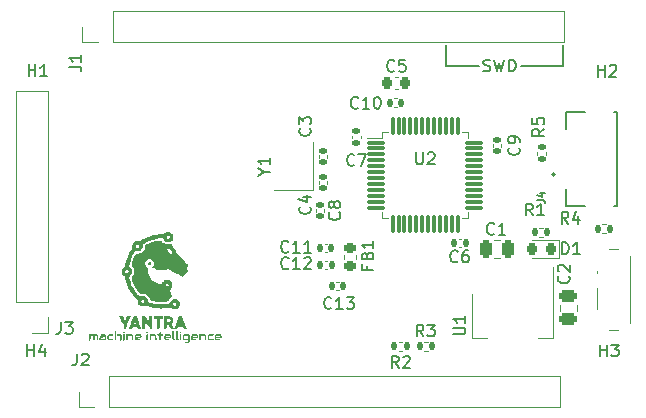
<source format=gto>
G04 #@! TF.GenerationSoftware,KiCad,Pcbnew,(6.0.6)*
G04 #@! TF.CreationDate,2022-07-13T21:15:32+05:30*
G04 #@! TF.ProjectId,stm32_minimal_dev,73746d33-325f-46d6-996e-696d616c5f64,rev?*
G04 #@! TF.SameCoordinates,Original*
G04 #@! TF.FileFunction,Legend,Top*
G04 #@! TF.FilePolarity,Positive*
%FSLAX46Y46*%
G04 Gerber Fmt 4.6, Leading zero omitted, Abs format (unit mm)*
G04 Created by KiCad (PCBNEW (6.0.6)) date 2022-07-13 21:15:32*
%MOMM*%
%LPD*%
G01*
G04 APERTURE LIST*
G04 Aperture macros list*
%AMRoundRect*
0 Rectangle with rounded corners*
0 $1 Rounding radius*
0 $2 $3 $4 $5 $6 $7 $8 $9 X,Y pos of 4 corners*
0 Add a 4 corners polygon primitive as box body*
4,1,4,$2,$3,$4,$5,$6,$7,$8,$9,$2,$3,0*
0 Add four circle primitives for the rounded corners*
1,1,$1+$1,$2,$3*
1,1,$1+$1,$4,$5*
1,1,$1+$1,$6,$7*
1,1,$1+$1,$8,$9*
0 Add four rect primitives between the rounded corners*
20,1,$1+$1,$2,$3,$4,$5,0*
20,1,$1+$1,$4,$5,$6,$7,0*
20,1,$1+$1,$6,$7,$8,$9,0*
20,1,$1+$1,$8,$9,$2,$3,0*%
G04 Aperture macros list end*
%ADD10C,0.150000*%
%ADD11C,0.120000*%
%ADD12C,0.127000*%
%ADD13C,0.200000*%
%ADD14C,2.200000*%
%ADD15R,1.700000X1.700000*%
%ADD16O,1.700000X1.700000*%
%ADD17RoundRect,0.218750X0.218750X0.256250X-0.218750X0.256250X-0.218750X-0.256250X0.218750X-0.256250X0*%
%ADD18RoundRect,0.250000X-0.250000X-0.475000X0.250000X-0.475000X0.250000X0.475000X-0.250000X0.475000X0*%
%ADD19RoundRect,0.140000X-0.170000X0.140000X-0.170000X-0.140000X0.170000X-0.140000X0.170000X0.140000X0*%
%ADD20C,0.700000*%
%ADD21R,1.350000X0.400000*%
%ADD22R,1.900000X1.800000*%
%ADD23R,1.900000X1.900000*%
%ADD24RoundRect,0.218750X-0.256250X0.218750X-0.256250X-0.218750X0.256250X-0.218750X0.256250X0.218750X0*%
%ADD25R,1.500000X2.000000*%
%ADD26R,3.800000X2.000000*%
%ADD27RoundRect,0.140000X0.140000X0.170000X-0.140000X0.170000X-0.140000X-0.170000X0.140000X-0.170000X0*%
%ADD28RoundRect,0.250000X0.475000X-0.250000X0.475000X0.250000X-0.475000X0.250000X-0.475000X-0.250000X0*%
%ADD29RoundRect,0.140000X-0.140000X-0.170000X0.140000X-0.170000X0.140000X0.170000X-0.140000X0.170000X0*%
%ADD30RoundRect,0.075000X-0.662500X-0.075000X0.662500X-0.075000X0.662500X0.075000X-0.662500X0.075000X0*%
%ADD31RoundRect,0.075000X-0.075000X-0.662500X0.075000X-0.662500X0.075000X0.662500X-0.075000X0.662500X0*%
%ADD32R,0.800000X1.000000*%
%ADD33C,0.900000*%
%ADD34R,1.500000X0.700000*%
%ADD35R,1.200000X1.400000*%
%ADD36RoundRect,0.135000X-0.185000X0.135000X-0.185000X-0.135000X0.185000X-0.135000X0.185000X0.135000X0*%
%ADD37RoundRect,0.225000X-0.225000X-0.250000X0.225000X-0.250000X0.225000X0.250000X-0.225000X0.250000X0*%
%ADD38RoundRect,0.135000X0.135000X0.185000X-0.135000X0.185000X-0.135000X-0.185000X0.135000X-0.185000X0*%
%ADD39RoundRect,0.140000X0.170000X-0.140000X0.170000X0.140000X-0.170000X0.140000X-0.170000X-0.140000X0*%
%ADD40RoundRect,0.135000X-0.135000X-0.185000X0.135000X-0.185000X0.135000X0.185000X-0.135000X0.185000X0*%
G04 APERTURE END LIST*
D10*
X161594800Y-76708000D02*
X164388800Y-76708000D01*
X167944800Y-76708000D02*
X171500800Y-76708000D01*
X161594800Y-76708000D02*
X161594800Y-74930000D01*
X171500800Y-76708000D02*
X171500800Y-74930000D01*
X164809657Y-77112761D02*
X164952514Y-77160380D01*
X165190609Y-77160380D01*
X165285847Y-77112761D01*
X165333466Y-77065142D01*
X165381085Y-76969904D01*
X165381085Y-76874666D01*
X165333466Y-76779428D01*
X165285847Y-76731809D01*
X165190609Y-76684190D01*
X165000133Y-76636571D01*
X164904895Y-76588952D01*
X164857276Y-76541333D01*
X164809657Y-76446095D01*
X164809657Y-76350857D01*
X164857276Y-76255619D01*
X164904895Y-76208000D01*
X165000133Y-76160380D01*
X165238228Y-76160380D01*
X165381085Y-76208000D01*
X165714419Y-76160380D02*
X165952514Y-77160380D01*
X166142990Y-76446095D01*
X166333466Y-77160380D01*
X166571561Y-76160380D01*
X166952514Y-77160380D02*
X166952514Y-76160380D01*
X167190609Y-76160380D01*
X167333466Y-76208000D01*
X167428704Y-76303238D01*
X167476323Y-76398476D01*
X167523942Y-76588952D01*
X167523942Y-76731809D01*
X167476323Y-76922285D01*
X167428704Y-77017523D01*
X167333466Y-77112761D01*
X167190609Y-77160380D01*
X166952514Y-77160380D01*
X126288895Y-77541380D02*
X126288895Y-76541380D01*
X126288895Y-77017571D02*
X126860323Y-77017571D01*
X126860323Y-77541380D02*
X126860323Y-76541380D01*
X127860323Y-77541380D02*
X127288895Y-77541380D01*
X127574609Y-77541380D02*
X127574609Y-76541380D01*
X127479371Y-76684238D01*
X127384133Y-76779476D01*
X127288895Y-76827095D01*
X129028866Y-98359980D02*
X129028866Y-99074266D01*
X128981247Y-99217123D01*
X128886009Y-99312361D01*
X128743152Y-99359980D01*
X128647914Y-99359980D01*
X129409819Y-98359980D02*
X130028866Y-98359980D01*
X129695533Y-98740933D01*
X129838390Y-98740933D01*
X129933628Y-98788552D01*
X129981247Y-98836171D01*
X130028866Y-98931409D01*
X130028866Y-99169504D01*
X129981247Y-99264742D01*
X129933628Y-99312361D01*
X129838390Y-99359980D01*
X129552676Y-99359980D01*
X129457438Y-99312361D01*
X129409819Y-99264742D01*
X171448504Y-92628980D02*
X171448504Y-91628980D01*
X171686600Y-91628980D01*
X171829457Y-91676600D01*
X171924695Y-91771838D01*
X171972314Y-91867076D01*
X172019933Y-92057552D01*
X172019933Y-92200409D01*
X171972314Y-92390885D01*
X171924695Y-92486123D01*
X171829457Y-92581361D01*
X171686600Y-92628980D01*
X171448504Y-92628980D01*
X172972314Y-92628980D02*
X172400885Y-92628980D01*
X172686600Y-92628980D02*
X172686600Y-91628980D01*
X172591361Y-91771838D01*
X172496123Y-91867076D01*
X172400885Y-91914695D01*
X130375066Y-101052380D02*
X130375066Y-101766666D01*
X130327447Y-101909523D01*
X130232209Y-102004761D01*
X130089352Y-102052380D01*
X129994114Y-102052380D01*
X130803638Y-101147619D02*
X130851257Y-101100000D01*
X130946495Y-101052380D01*
X131184590Y-101052380D01*
X131279828Y-101100000D01*
X131327447Y-101147619D01*
X131375066Y-101242857D01*
X131375066Y-101338095D01*
X131327447Y-101480952D01*
X130756019Y-102052380D01*
X131375066Y-102052380D01*
X165720733Y-90882742D02*
X165673114Y-90930361D01*
X165530257Y-90977980D01*
X165435019Y-90977980D01*
X165292161Y-90930361D01*
X165196923Y-90835123D01*
X165149304Y-90739885D01*
X165101685Y-90549409D01*
X165101685Y-90406552D01*
X165149304Y-90216076D01*
X165196923Y-90120838D01*
X165292161Y-90025600D01*
X165435019Y-89977980D01*
X165530257Y-89977980D01*
X165673114Y-90025600D01*
X165720733Y-90073219D01*
X166673114Y-90977980D02*
X166101685Y-90977980D01*
X166387400Y-90977980D02*
X166387400Y-89977980D01*
X166292161Y-90120838D01*
X166196923Y-90216076D01*
X166101685Y-90263695D01*
X167795342Y-83605666D02*
X167842961Y-83653285D01*
X167890580Y-83796142D01*
X167890580Y-83891380D01*
X167842961Y-84034238D01*
X167747723Y-84129476D01*
X167652485Y-84177095D01*
X167462009Y-84224714D01*
X167319152Y-84224714D01*
X167128676Y-84177095D01*
X167033438Y-84129476D01*
X166938200Y-84034238D01*
X166890580Y-83891380D01*
X166890580Y-83796142D01*
X166938200Y-83653285D01*
X166985819Y-83605666D01*
X167890580Y-83129476D02*
X167890580Y-82939000D01*
X167842961Y-82843761D01*
X167795342Y-82796142D01*
X167652485Y-82700904D01*
X167462009Y-82653285D01*
X167081057Y-82653285D01*
X166985819Y-82700904D01*
X166938200Y-82748523D01*
X166890580Y-82843761D01*
X166890580Y-83034238D01*
X166938200Y-83129476D01*
X166985819Y-83177095D01*
X167081057Y-83224714D01*
X167319152Y-83224714D01*
X167414390Y-83177095D01*
X167462009Y-83129476D01*
X167509628Y-83034238D01*
X167509628Y-82843761D01*
X167462009Y-82748523D01*
X167414390Y-82700904D01*
X167319152Y-82653285D01*
X129754380Y-76761933D02*
X130468666Y-76761933D01*
X130611523Y-76809552D01*
X130706761Y-76904790D01*
X130754380Y-77047647D01*
X130754380Y-77142885D01*
X130754380Y-75761933D02*
X130754380Y-76333361D01*
X130754380Y-76047647D02*
X129754380Y-76047647D01*
X129897238Y-76142885D01*
X129992476Y-76238123D01*
X130040095Y-76333361D01*
X169346923Y-88046533D02*
X169804066Y-88046533D01*
X169895495Y-88077009D01*
X169956447Y-88137961D01*
X169986923Y-88229390D01*
X169986923Y-88290342D01*
X169560257Y-87467485D02*
X169986923Y-87467485D01*
X169316447Y-87619866D02*
X169773590Y-87772247D01*
X169773590Y-87376057D01*
X154970171Y-93594133D02*
X154970171Y-93927466D01*
X155493980Y-93927466D02*
X154493980Y-93927466D01*
X154493980Y-93451276D01*
X154970171Y-92736990D02*
X155017790Y-92594133D01*
X155065409Y-92546514D01*
X155160647Y-92498895D01*
X155303504Y-92498895D01*
X155398742Y-92546514D01*
X155446361Y-92594133D01*
X155493980Y-92689371D01*
X155493980Y-93070323D01*
X154493980Y-93070323D01*
X154493980Y-92736990D01*
X154541600Y-92641752D01*
X154589219Y-92594133D01*
X154684457Y-92546514D01*
X154779695Y-92546514D01*
X154874933Y-92594133D01*
X154922552Y-92641752D01*
X154970171Y-92736990D01*
X154970171Y-93070323D01*
X155493980Y-91546514D02*
X155493980Y-92117942D01*
X155493980Y-91832228D02*
X154493980Y-91832228D01*
X154636838Y-91927466D01*
X154732076Y-92022704D01*
X154779695Y-92117942D01*
X162266380Y-99415504D02*
X163075904Y-99415504D01*
X163171142Y-99367885D01*
X163218761Y-99320266D01*
X163266380Y-99225028D01*
X163266380Y-99034552D01*
X163218761Y-98939314D01*
X163171142Y-98891695D01*
X163075904Y-98844076D01*
X162266380Y-98844076D01*
X163266380Y-97844076D02*
X163266380Y-98415504D01*
X163266380Y-98129790D02*
X162266380Y-98129790D01*
X162409238Y-98225028D01*
X162504476Y-98320266D01*
X162552095Y-98415504D01*
X162621933Y-93219542D02*
X162574314Y-93267161D01*
X162431457Y-93314780D01*
X162336219Y-93314780D01*
X162193361Y-93267161D01*
X162098123Y-93171923D01*
X162050504Y-93076685D01*
X162002885Y-92886209D01*
X162002885Y-92743352D01*
X162050504Y-92552876D01*
X162098123Y-92457638D01*
X162193361Y-92362400D01*
X162336219Y-92314780D01*
X162431457Y-92314780D01*
X162574314Y-92362400D01*
X162621933Y-92410019D01*
X163479076Y-92314780D02*
X163288600Y-92314780D01*
X163193361Y-92362400D01*
X163145742Y-92410019D01*
X163050504Y-92552876D01*
X163002885Y-92743352D01*
X163002885Y-93124304D01*
X163050504Y-93219542D01*
X163098123Y-93267161D01*
X163193361Y-93314780D01*
X163383838Y-93314780D01*
X163479076Y-93267161D01*
X163526695Y-93219542D01*
X163574314Y-93124304D01*
X163574314Y-92886209D01*
X163526695Y-92790971D01*
X163479076Y-92743352D01*
X163383838Y-92695733D01*
X163193361Y-92695733D01*
X163098123Y-92743352D01*
X163050504Y-92790971D01*
X163002885Y-92886209D01*
X172010342Y-94476866D02*
X172057961Y-94524485D01*
X172105580Y-94667342D01*
X172105580Y-94762580D01*
X172057961Y-94905438D01*
X171962723Y-95000676D01*
X171867485Y-95048295D01*
X171677009Y-95095914D01*
X171534152Y-95095914D01*
X171343676Y-95048295D01*
X171248438Y-95000676D01*
X171153200Y-94905438D01*
X171105580Y-94762580D01*
X171105580Y-94667342D01*
X171153200Y-94524485D01*
X171200819Y-94476866D01*
X171200819Y-94095914D02*
X171153200Y-94048295D01*
X171105580Y-93953057D01*
X171105580Y-93714961D01*
X171153200Y-93619723D01*
X171200819Y-93572104D01*
X171296057Y-93524485D01*
X171391295Y-93524485D01*
X171534152Y-93572104D01*
X172105580Y-94143533D01*
X172105580Y-93524485D01*
X148302742Y-93797042D02*
X148255123Y-93844661D01*
X148112266Y-93892280D01*
X148017028Y-93892280D01*
X147874171Y-93844661D01*
X147778933Y-93749423D01*
X147731314Y-93654185D01*
X147683695Y-93463709D01*
X147683695Y-93320852D01*
X147731314Y-93130376D01*
X147778933Y-93035138D01*
X147874171Y-92939900D01*
X148017028Y-92892280D01*
X148112266Y-92892280D01*
X148255123Y-92939900D01*
X148302742Y-92987519D01*
X149255123Y-93892280D02*
X148683695Y-93892280D01*
X148969409Y-93892280D02*
X148969409Y-92892280D01*
X148874171Y-93035138D01*
X148778933Y-93130376D01*
X148683695Y-93177995D01*
X149636076Y-92987519D02*
X149683695Y-92939900D01*
X149778933Y-92892280D01*
X150017028Y-92892280D01*
X150112266Y-92939900D01*
X150159885Y-92987519D01*
X150207504Y-93082757D01*
X150207504Y-93177995D01*
X150159885Y-93320852D01*
X149588457Y-93892280D01*
X150207504Y-93892280D01*
X154195542Y-80214742D02*
X154147923Y-80262361D01*
X154005066Y-80309980D01*
X153909828Y-80309980D01*
X153766971Y-80262361D01*
X153671733Y-80167123D01*
X153624114Y-80071885D01*
X153576495Y-79881409D01*
X153576495Y-79738552D01*
X153624114Y-79548076D01*
X153671733Y-79452838D01*
X153766971Y-79357600D01*
X153909828Y-79309980D01*
X154005066Y-79309980D01*
X154147923Y-79357600D01*
X154195542Y-79405219D01*
X155147923Y-80309980D02*
X154576495Y-80309980D01*
X154862209Y-80309980D02*
X154862209Y-79309980D01*
X154766971Y-79452838D01*
X154671733Y-79548076D01*
X154576495Y-79595695D01*
X155766971Y-79309980D02*
X155862209Y-79309980D01*
X155957447Y-79357600D01*
X156005066Y-79405219D01*
X156052685Y-79500457D01*
X156100304Y-79690933D01*
X156100304Y-79929028D01*
X156052685Y-80119504D01*
X156005066Y-80214742D01*
X155957447Y-80262361D01*
X155862209Y-80309980D01*
X155766971Y-80309980D01*
X155671733Y-80262361D01*
X155624114Y-80214742D01*
X155576495Y-80119504D01*
X155528876Y-79929028D01*
X155528876Y-79690933D01*
X155576495Y-79500457D01*
X155624114Y-79405219D01*
X155671733Y-79357600D01*
X155766971Y-79309980D01*
X150090142Y-88609466D02*
X150137761Y-88657085D01*
X150185380Y-88799942D01*
X150185380Y-88895180D01*
X150137761Y-89038038D01*
X150042523Y-89133276D01*
X149947285Y-89180895D01*
X149756809Y-89228514D01*
X149613952Y-89228514D01*
X149423476Y-89180895D01*
X149328238Y-89133276D01*
X149233000Y-89038038D01*
X149185380Y-88895180D01*
X149185380Y-88799942D01*
X149233000Y-88657085D01*
X149280619Y-88609466D01*
X149518714Y-87752323D02*
X150185380Y-87752323D01*
X149137761Y-87990419D02*
X149852047Y-88228514D01*
X149852047Y-87609466D01*
X159105695Y-84020580D02*
X159105695Y-84830104D01*
X159153314Y-84925342D01*
X159200933Y-84972961D01*
X159296171Y-85020580D01*
X159486647Y-85020580D01*
X159581885Y-84972961D01*
X159629504Y-84925342D01*
X159677123Y-84830104D01*
X159677123Y-84020580D01*
X160105695Y-84115819D02*
X160153314Y-84068200D01*
X160248552Y-84020580D01*
X160486647Y-84020580D01*
X160581885Y-84068200D01*
X160629504Y-84115819D01*
X160677123Y-84211057D01*
X160677123Y-84306295D01*
X160629504Y-84449152D01*
X160058076Y-85020580D01*
X160677123Y-85020580D01*
X146218690Y-85642390D02*
X146694880Y-85642390D01*
X145694880Y-85975723D02*
X146218690Y-85642390D01*
X145694880Y-85309057D01*
X146694880Y-84451914D02*
X146694880Y-85023342D01*
X146694880Y-84737628D02*
X145694880Y-84737628D01*
X145837738Y-84832866D01*
X145932976Y-84928104D01*
X145980595Y-85023342D01*
X169950580Y-82016066D02*
X169474390Y-82349400D01*
X169950580Y-82587495D02*
X168950580Y-82587495D01*
X168950580Y-82206542D01*
X168998200Y-82111304D01*
X169045819Y-82063685D01*
X169141057Y-82016066D01*
X169283914Y-82016066D01*
X169379152Y-82063685D01*
X169426771Y-82111304D01*
X169474390Y-82206542D01*
X169474390Y-82587495D01*
X168950580Y-81111304D02*
X168950580Y-81587495D01*
X169426771Y-81635114D01*
X169379152Y-81587495D01*
X169331533Y-81492257D01*
X169331533Y-81254161D01*
X169379152Y-81158923D01*
X169426771Y-81111304D01*
X169522009Y-81063685D01*
X169760104Y-81063685D01*
X169855342Y-81111304D01*
X169902961Y-81158923D01*
X169950580Y-81254161D01*
X169950580Y-81492257D01*
X169902961Y-81587495D01*
X169855342Y-81635114D01*
X157262533Y-77082942D02*
X157214914Y-77130561D01*
X157072057Y-77178180D01*
X156976819Y-77178180D01*
X156833961Y-77130561D01*
X156738723Y-77035323D01*
X156691104Y-76940085D01*
X156643485Y-76749609D01*
X156643485Y-76606752D01*
X156691104Y-76416276D01*
X156738723Y-76321038D01*
X156833961Y-76225800D01*
X156976819Y-76178180D01*
X157072057Y-76178180D01*
X157214914Y-76225800D01*
X157262533Y-76273419D01*
X158167295Y-76178180D02*
X157691104Y-76178180D01*
X157643485Y-76654371D01*
X157691104Y-76606752D01*
X157786342Y-76559133D01*
X158024438Y-76559133D01*
X158119676Y-76606752D01*
X158167295Y-76654371D01*
X158214914Y-76749609D01*
X158214914Y-76987704D01*
X158167295Y-77082942D01*
X158119676Y-77130561D01*
X158024438Y-77178180D01*
X157786342Y-77178180D01*
X157691104Y-77130561D01*
X157643485Y-77082942D01*
X171994533Y-90038180D02*
X171661200Y-89561990D01*
X171423104Y-90038180D02*
X171423104Y-89038180D01*
X171804057Y-89038180D01*
X171899295Y-89085800D01*
X171946914Y-89133419D01*
X171994533Y-89228657D01*
X171994533Y-89371514D01*
X171946914Y-89466752D01*
X171899295Y-89514371D01*
X171804057Y-89561990D01*
X171423104Y-89561990D01*
X172851676Y-89371514D02*
X172851676Y-90038180D01*
X172613580Y-88990561D02*
X172375485Y-89704847D01*
X172994533Y-89704847D01*
X168971933Y-89352380D02*
X168638600Y-88876190D01*
X168400504Y-89352380D02*
X168400504Y-88352380D01*
X168781457Y-88352380D01*
X168876695Y-88400000D01*
X168924314Y-88447619D01*
X168971933Y-88542857D01*
X168971933Y-88685714D01*
X168924314Y-88780952D01*
X168876695Y-88828571D01*
X168781457Y-88876190D01*
X168400504Y-88876190D01*
X169924314Y-89352380D02*
X169352885Y-89352380D01*
X169638600Y-89352380D02*
X169638600Y-88352380D01*
X169543361Y-88495238D01*
X169448123Y-88590476D01*
X169352885Y-88638095D01*
X126187295Y-101264980D02*
X126187295Y-100264980D01*
X126187295Y-100741171D02*
X126758723Y-100741171D01*
X126758723Y-101264980D02*
X126758723Y-100264980D01*
X127663485Y-100598314D02*
X127663485Y-101264980D01*
X127425390Y-100217361D02*
X127187295Y-100931647D01*
X127806342Y-100931647D01*
X151932578Y-97175342D02*
X151884959Y-97222961D01*
X151742102Y-97270580D01*
X151646864Y-97270580D01*
X151504007Y-97222961D01*
X151408769Y-97127723D01*
X151361150Y-97032485D01*
X151313531Y-96842009D01*
X151313531Y-96699152D01*
X151361150Y-96508676D01*
X151408769Y-96413438D01*
X151504007Y-96318200D01*
X151646864Y-96270580D01*
X151742102Y-96270580D01*
X151884959Y-96318200D01*
X151932578Y-96365819D01*
X152884959Y-97270580D02*
X152313531Y-97270580D01*
X152599245Y-97270580D02*
X152599245Y-96270580D01*
X152504007Y-96413438D01*
X152408769Y-96508676D01*
X152313531Y-96556295D01*
X153218293Y-96270580D02*
X153837340Y-96270580D01*
X153504007Y-96651533D01*
X153646864Y-96651533D01*
X153742102Y-96699152D01*
X153789721Y-96746771D01*
X153837340Y-96842009D01*
X153837340Y-97080104D01*
X153789721Y-97175342D01*
X153742102Y-97222961D01*
X153646864Y-97270580D01*
X153361150Y-97270580D01*
X153265912Y-97222961D01*
X153218293Y-97175342D01*
X152595342Y-89096466D02*
X152642961Y-89144085D01*
X152690580Y-89286942D01*
X152690580Y-89382180D01*
X152642961Y-89525038D01*
X152547723Y-89620276D01*
X152452485Y-89667895D01*
X152262009Y-89715514D01*
X152119152Y-89715514D01*
X151928676Y-89667895D01*
X151833438Y-89620276D01*
X151738200Y-89525038D01*
X151690580Y-89382180D01*
X151690580Y-89286942D01*
X151738200Y-89144085D01*
X151785819Y-89096466D01*
X152119152Y-88525038D02*
X152071533Y-88620276D01*
X152023914Y-88667895D01*
X151928676Y-88715514D01*
X151881057Y-88715514D01*
X151785819Y-88667895D01*
X151738200Y-88620276D01*
X151690580Y-88525038D01*
X151690580Y-88334561D01*
X151738200Y-88239323D01*
X151785819Y-88191704D01*
X151881057Y-88144085D01*
X151928676Y-88144085D01*
X152023914Y-88191704D01*
X152071533Y-88239323D01*
X152119152Y-88334561D01*
X152119152Y-88525038D01*
X152166771Y-88620276D01*
X152214390Y-88667895D01*
X152309628Y-88715514D01*
X152500104Y-88715514D01*
X152595342Y-88667895D01*
X152642961Y-88620276D01*
X152690580Y-88525038D01*
X152690580Y-88334561D01*
X152642961Y-88239323D01*
X152595342Y-88191704D01*
X152500104Y-88144085D01*
X152309628Y-88144085D01*
X152214390Y-88191704D01*
X152166771Y-88239323D01*
X152119152Y-88334561D01*
X157620133Y-102255580D02*
X157286800Y-101779390D01*
X157048704Y-102255580D02*
X157048704Y-101255580D01*
X157429657Y-101255580D01*
X157524895Y-101303200D01*
X157572514Y-101350819D01*
X157620133Y-101446057D01*
X157620133Y-101588914D01*
X157572514Y-101684152D01*
X157524895Y-101731771D01*
X157429657Y-101779390D01*
X157048704Y-101779390D01*
X158001085Y-101350819D02*
X158048704Y-101303200D01*
X158143942Y-101255580D01*
X158382038Y-101255580D01*
X158477276Y-101303200D01*
X158524895Y-101350819D01*
X158572514Y-101446057D01*
X158572514Y-101541295D01*
X158524895Y-101684152D01*
X157953466Y-102255580D01*
X158572514Y-102255580D01*
X148295342Y-92397442D02*
X148247723Y-92445061D01*
X148104866Y-92492680D01*
X148009628Y-92492680D01*
X147866771Y-92445061D01*
X147771533Y-92349823D01*
X147723914Y-92254585D01*
X147676295Y-92064109D01*
X147676295Y-91921252D01*
X147723914Y-91730776D01*
X147771533Y-91635538D01*
X147866771Y-91540300D01*
X148009628Y-91492680D01*
X148104866Y-91492680D01*
X148247723Y-91540300D01*
X148295342Y-91587919D01*
X149247723Y-92492680D02*
X148676295Y-92492680D01*
X148962009Y-92492680D02*
X148962009Y-91492680D01*
X148866771Y-91635538D01*
X148771533Y-91730776D01*
X148676295Y-91778395D01*
X150200104Y-92492680D02*
X149628676Y-92492680D01*
X149914390Y-92492680D02*
X149914390Y-91492680D01*
X149819152Y-91635538D01*
X149723914Y-91730776D01*
X149628676Y-91778395D01*
X150090142Y-81980066D02*
X150137761Y-82027685D01*
X150185380Y-82170542D01*
X150185380Y-82265780D01*
X150137761Y-82408638D01*
X150042523Y-82503876D01*
X149947285Y-82551495D01*
X149756809Y-82599114D01*
X149613952Y-82599114D01*
X149423476Y-82551495D01*
X149328238Y-82503876D01*
X149233000Y-82408638D01*
X149185380Y-82265780D01*
X149185380Y-82170542D01*
X149233000Y-82027685D01*
X149280619Y-81980066D01*
X149185380Y-81646733D02*
X149185380Y-81027685D01*
X149566333Y-81361019D01*
X149566333Y-81218161D01*
X149613952Y-81122923D01*
X149661571Y-81075304D01*
X149756809Y-81027685D01*
X149994904Y-81027685D01*
X150090142Y-81075304D01*
X150137761Y-81122923D01*
X150185380Y-81218161D01*
X150185380Y-81503876D01*
X150137761Y-81599114D01*
X150090142Y-81646733D01*
X153884333Y-85059542D02*
X153836714Y-85107161D01*
X153693857Y-85154780D01*
X153598619Y-85154780D01*
X153455761Y-85107161D01*
X153360523Y-85011923D01*
X153312904Y-84916685D01*
X153265285Y-84726209D01*
X153265285Y-84583352D01*
X153312904Y-84392876D01*
X153360523Y-84297638D01*
X153455761Y-84202400D01*
X153598619Y-84154780D01*
X153693857Y-84154780D01*
X153836714Y-84202400D01*
X153884333Y-84250019D01*
X154217666Y-84154780D02*
X154884333Y-84154780D01*
X154455761Y-85154780D01*
X174498095Y-77592180D02*
X174498095Y-76592180D01*
X174498095Y-77068371D02*
X175069523Y-77068371D01*
X175069523Y-77592180D02*
X175069523Y-76592180D01*
X175498095Y-76687419D02*
X175545714Y-76639800D01*
X175640952Y-76592180D01*
X175879047Y-76592180D01*
X175974285Y-76639800D01*
X176021904Y-76687419D01*
X176069523Y-76782657D01*
X176069523Y-76877895D01*
X176021904Y-77020752D01*
X175450476Y-77592180D01*
X176069523Y-77592180D01*
X174675895Y-101290380D02*
X174675895Y-100290380D01*
X174675895Y-100766571D02*
X175247323Y-100766571D01*
X175247323Y-101290380D02*
X175247323Y-100290380D01*
X175628276Y-100290380D02*
X176247323Y-100290380D01*
X175913990Y-100671333D01*
X176056847Y-100671333D01*
X176152085Y-100718952D01*
X176199704Y-100766571D01*
X176247323Y-100861809D01*
X176247323Y-101099904D01*
X176199704Y-101195142D01*
X176152085Y-101242761D01*
X176056847Y-101290380D01*
X175771133Y-101290380D01*
X175675895Y-101242761D01*
X175628276Y-101195142D01*
X159726333Y-99588580D02*
X159393000Y-99112390D01*
X159154904Y-99588580D02*
X159154904Y-98588580D01*
X159535857Y-98588580D01*
X159631095Y-98636200D01*
X159678714Y-98683819D01*
X159726333Y-98779057D01*
X159726333Y-98921914D01*
X159678714Y-99017152D01*
X159631095Y-99064771D01*
X159535857Y-99112390D01*
X159154904Y-99112390D01*
X160059666Y-98588580D02*
X160678714Y-98588580D01*
X160345380Y-98969533D01*
X160488238Y-98969533D01*
X160583476Y-99017152D01*
X160631095Y-99064771D01*
X160678714Y-99160009D01*
X160678714Y-99398104D01*
X160631095Y-99493342D01*
X160583476Y-99540961D01*
X160488238Y-99588580D01*
X160202523Y-99588580D01*
X160107285Y-99540961D01*
X160059666Y-99493342D01*
D11*
X127898200Y-78842800D02*
X125238200Y-78842800D01*
X127898200Y-96682800D02*
X127898200Y-78842800D01*
X127898200Y-97952800D02*
X127898200Y-99282800D01*
X127898200Y-96682800D02*
X125238200Y-96682800D01*
X127898200Y-99282800D02*
X126568200Y-99282800D01*
X125238200Y-96682800D02*
X125238200Y-78842800D01*
X171182400Y-91441600D02*
X168897400Y-91441600D01*
X171182400Y-92911600D02*
X171182400Y-91441600D01*
X168897400Y-92911600D02*
X171182400Y-92911600D01*
X131851400Y-105597000D02*
X130521400Y-105597000D01*
X130521400Y-105597000D02*
X130521400Y-104267000D01*
X133121400Y-105597000D02*
X171281400Y-105597000D01*
X133121400Y-102937000D02*
X171281400Y-102937000D01*
X171281400Y-105597000D02*
X171281400Y-102937000D01*
X133121400Y-105597000D02*
X133121400Y-102937000D01*
X165702348Y-92911600D02*
X166224852Y-92911600D01*
X165702348Y-91441600D02*
X166224852Y-91441600D01*
X165578200Y-83331164D02*
X165578200Y-83546836D01*
X166298200Y-83331164D02*
X166298200Y-83546836D01*
X171586200Y-74685200D02*
X171586200Y-72025200D01*
X133426200Y-72025200D02*
X171586200Y-72025200D01*
X132156200Y-74685200D02*
X130826200Y-74685200D01*
X133426200Y-74685200D02*
X133426200Y-72025200D01*
X130826200Y-74685200D02*
X130826200Y-73355200D01*
X133426200Y-74685200D02*
X171586200Y-74685200D01*
D12*
X175825000Y-80582000D02*
X176075000Y-80582000D01*
X176075000Y-88582000D02*
X176075000Y-80582000D01*
X171775000Y-80582000D02*
X173425000Y-80582000D01*
X171775000Y-88582000D02*
X171775000Y-87132000D01*
X175825000Y-88582000D02*
X176075000Y-88582000D01*
X171775000Y-88582000D02*
X173425000Y-88582000D01*
X171775000Y-80582000D02*
X171775000Y-82032000D01*
D13*
X170825000Y-85882000D02*
G75*
G03*
X170825000Y-85882000I-100000J0D01*
G01*
D11*
X152957600Y-92692921D02*
X152957600Y-93018479D01*
X153977600Y-92692921D02*
X153977600Y-93018479D01*
X170694400Y-99750800D02*
X169434400Y-99750800D01*
X170694400Y-93740800D02*
X170694400Y-99750800D01*
X163874400Y-95990800D02*
X163874400Y-99750800D01*
X163874400Y-99750800D02*
X165134400Y-99750800D01*
X162921836Y-91334000D02*
X162706164Y-91334000D01*
X162921836Y-92054000D02*
X162706164Y-92054000D01*
X172718400Y-97416252D02*
X172718400Y-96893748D01*
X171248400Y-97416252D02*
X171248400Y-96893748D01*
X151575436Y-93188200D02*
X151359764Y-93188200D01*
X151575436Y-93908200D02*
X151359764Y-93908200D01*
X157270564Y-79446800D02*
X157486236Y-79446800D01*
X157270564Y-80166800D02*
X157486236Y-80166800D01*
X150846200Y-86429964D02*
X150846200Y-86645636D01*
X151566200Y-86429964D02*
X151566200Y-86645636D01*
X163477600Y-89538200D02*
X163477600Y-89088200D01*
X156257600Y-89538200D02*
X156257600Y-89088200D01*
X163027600Y-82318200D02*
X163477600Y-82318200D01*
X156257600Y-82318200D02*
X156257600Y-82768200D01*
X156257600Y-82768200D02*
X154967600Y-82768200D01*
X163477600Y-82318200D02*
X163477600Y-82768200D01*
X156707600Y-82318200D02*
X156257600Y-82318200D01*
X163027600Y-89538200D02*
X163477600Y-89538200D01*
X156707600Y-89538200D02*
X156257600Y-89538200D01*
X175444000Y-99081000D02*
X176234000Y-99081000D01*
X176234000Y-92181000D02*
X175444000Y-92181000D01*
X174394000Y-94231000D02*
X174394000Y-94031000D01*
X174394000Y-97231000D02*
X174394000Y-95531000D01*
X177244000Y-98481000D02*
X177244000Y-92781000D01*
X147042500Y-87166200D02*
X150342500Y-87166200D01*
X150342500Y-87166200D02*
X150342500Y-83166200D01*
G36*
X138834400Y-98398061D02*
G01*
X139020039Y-97894621D01*
X139299889Y-97894621D01*
X139486014Y-98398061D01*
X139534164Y-98528743D01*
X139577743Y-98647868D01*
X139615069Y-98750771D01*
X139644461Y-98832788D01*
X139664238Y-98889255D01*
X139672718Y-98915508D01*
X139672914Y-98916582D01*
X139655934Y-98923218D01*
X139610443Y-98926708D01*
X139545843Y-98926390D01*
X139537655Y-98926081D01*
X139401622Y-98920499D01*
X139372248Y-98839759D01*
X139342874Y-98759018D01*
X138978623Y-98759018D01*
X138949249Y-98839759D01*
X138919875Y-98920499D01*
X138783842Y-98926081D01*
X138717603Y-98926876D01*
X138669345Y-98923787D01*
X138648499Y-98917474D01*
X138648285Y-98916582D01*
X138654741Y-98895507D01*
X138672739Y-98843475D01*
X138700603Y-98765152D01*
X138736659Y-98665205D01*
X138779231Y-98548300D01*
X138804198Y-98480269D01*
X139086776Y-98480269D01*
X139098098Y-98502880D01*
X139131826Y-98511212D01*
X139160749Y-98512048D01*
X139214585Y-98506547D01*
X139235178Y-98490739D01*
X139235268Y-98488300D01*
X139228319Y-98457858D01*
X139212145Y-98405891D01*
X139199534Y-98369564D01*
X139165274Y-98274576D01*
X139125016Y-98366390D01*
X139096276Y-98436924D01*
X139086776Y-98480269D01*
X138804198Y-98480269D01*
X138826645Y-98419103D01*
X138834400Y-98398061D01*
G37*
G36*
X134445078Y-99656662D02*
G01*
X134439806Y-99927380D01*
X134378064Y-99933334D01*
X134316321Y-99939287D01*
X134316321Y-99385944D01*
X134450349Y-99385944D01*
X134445078Y-99656662D01*
G37*
G36*
X138147253Y-96836854D02*
G01*
X138177615Y-96828480D01*
X138205289Y-96803804D01*
X138210861Y-96781765D01*
X138218713Y-96743153D01*
X138238603Y-96687604D01*
X138250844Y-96659783D01*
X138320270Y-96553322D01*
X138412418Y-96473769D01*
X138521177Y-96423288D01*
X138640433Y-96404045D01*
X138764073Y-96418204D01*
X138848062Y-96448262D01*
X138952787Y-96514797D01*
X139028878Y-96599585D01*
X139077422Y-96697210D01*
X139099506Y-96802251D01*
X139096216Y-96909290D01*
X139068638Y-97012908D01*
X139017859Y-97107687D01*
X138944965Y-97188208D01*
X138851043Y-97249052D01*
X138737178Y-97284800D01*
X138679045Y-97291292D01*
X138589509Y-97290232D01*
X138516358Y-97273897D01*
X138477171Y-97257773D01*
X138419642Y-97228113D01*
X138372760Y-97199039D01*
X138359531Y-97188706D01*
X138341173Y-97175816D01*
X138316862Y-97169984D01*
X138278545Y-97171423D01*
X138218171Y-97180346D01*
X138140715Y-97194500D01*
X138061688Y-97207607D01*
X137978684Y-97217163D01*
X137884172Y-97223603D01*
X137770621Y-97227364D01*
X137630499Y-97228882D01*
X137545940Y-97228932D01*
X137406997Y-97228350D01*
X137298217Y-97226749D01*
X137211768Y-97223460D01*
X137139818Y-97217817D01*
X137074535Y-97209151D01*
X137008088Y-97196796D01*
X136932646Y-97180084D01*
X136909515Y-97174691D01*
X136797614Y-97146233D01*
X136677043Y-97111989D01*
X136564846Y-97076958D01*
X136501063Y-97054882D01*
X136402052Y-97018877D01*
X136331085Y-96995128D01*
X136280601Y-96982622D01*
X136243042Y-96980347D01*
X136210848Y-96987290D01*
X136176459Y-97002437D01*
X136162468Y-97009509D01*
X136068000Y-97040151D01*
X135958722Y-97048634D01*
X135850811Y-97034781D01*
X135788647Y-97013527D01*
X135680526Y-96944417D01*
X135598669Y-96850974D01*
X135546733Y-96738835D01*
X135528379Y-96613641D01*
X135528378Y-96612446D01*
X135528378Y-96579319D01*
X135834781Y-96579319D01*
X135837343Y-96642875D01*
X135865940Y-96700410D01*
X135887988Y-96721509D01*
X135938611Y-96741648D01*
X135999111Y-96742650D01*
X136051557Y-96725461D01*
X136067781Y-96712010D01*
X136105692Y-96649302D01*
X136108350Y-96586317D01*
X136100830Y-96561411D01*
X136061124Y-96496298D01*
X136005614Y-96465584D01*
X135936103Y-96470000D01*
X135904473Y-96481906D01*
X135857431Y-96521683D01*
X135834781Y-96579319D01*
X135528378Y-96579319D01*
X135528378Y-96504567D01*
X135354192Y-96325697D01*
X135118375Y-96059814D01*
X134918285Y-95782551D01*
X134752812Y-95491841D01*
X134620849Y-95185618D01*
X134521285Y-94861816D01*
X134486748Y-94709785D01*
X134464877Y-94614318D01*
X134443680Y-94543841D01*
X134424861Y-94503641D01*
X134418342Y-94497202D01*
X134350759Y-94447606D01*
X134282362Y-94378779D01*
X134227915Y-94306144D01*
X134216984Y-94286846D01*
X134188270Y-94200223D01*
X134177282Y-94097344D01*
X134477770Y-94097344D01*
X134494202Y-94155658D01*
X134532564Y-94202535D01*
X134585211Y-94231490D01*
X134644500Y-94236040D01*
X134700279Y-94211653D01*
X134744534Y-94156311D01*
X134756239Y-94087167D01*
X134743002Y-94033168D01*
X134703973Y-93981867D01*
X134648251Y-93956736D01*
X134586656Y-93957734D01*
X134530004Y-93984824D01*
X134490911Y-94034074D01*
X134477770Y-94097344D01*
X134177282Y-94097344D01*
X134177203Y-94096604D01*
X134184279Y-93992897D01*
X134206078Y-93914591D01*
X134255835Y-93832981D01*
X134332081Y-93750141D01*
X134397647Y-93696116D01*
X134425629Y-93670288D01*
X134445920Y-93634856D01*
X134462552Y-93580203D01*
X134478242Y-93503853D01*
X134557953Y-93177759D01*
X134674551Y-92860017D01*
X134827673Y-92551492D01*
X134986451Y-92296874D01*
X135037393Y-92220881D01*
X135069230Y-92167624D01*
X135085386Y-92129239D01*
X135089284Y-92097868D01*
X135085310Y-92069896D01*
X135075662Y-91971515D01*
X135379295Y-91971515D01*
X135398335Y-92026650D01*
X135437297Y-92068704D01*
X135490638Y-92091032D01*
X135552816Y-92086988D01*
X135601771Y-92062753D01*
X135644092Y-92012094D01*
X135655693Y-91946951D01*
X135637771Y-91883969D01*
X135592327Y-91829418D01*
X135534038Y-91805464D01*
X135472419Y-91813675D01*
X135423149Y-91848585D01*
X135385718Y-91909945D01*
X135379295Y-91971515D01*
X135075662Y-91971515D01*
X135071838Y-91932516D01*
X135093084Y-91807646D01*
X135147579Y-91698390D01*
X135233857Y-91607849D01*
X135332701Y-91547153D01*
X135453483Y-91508495D01*
X135575352Y-91507354D01*
X135645526Y-91522927D01*
X135682023Y-91532039D01*
X135712720Y-91531562D01*
X135747508Y-91518147D01*
X135796280Y-91488447D01*
X135845279Y-91455324D01*
X136013015Y-91352581D01*
X136207765Y-91253539D01*
X136418557Y-91162724D01*
X136470951Y-91143777D01*
X137987996Y-91143777D01*
X137991444Y-91208026D01*
X138029519Y-91265267D01*
X138090882Y-91304013D01*
X138156768Y-91307323D01*
X138219038Y-91274974D01*
X138223885Y-91270591D01*
X138260099Y-91214705D01*
X138265701Y-91152796D01*
X138244683Y-91094542D01*
X138201032Y-91049619D01*
X138138739Y-91027705D01*
X138123438Y-91026932D01*
X138062667Y-91040743D01*
X138022262Y-91076988D01*
X137987996Y-91143777D01*
X136470951Y-91143777D01*
X136634420Y-91084663D01*
X136844382Y-91023881D01*
X136947510Y-91000621D01*
X137053341Y-90982768D01*
X137183765Y-90965776D01*
X137325384Y-90950964D01*
X137464798Y-90939650D01*
X137588609Y-90933150D01*
X137644384Y-90932105D01*
X137708178Y-90929977D01*
X137747207Y-90920509D01*
X137774632Y-90898713D01*
X137792075Y-90876123D01*
X137831417Y-90836795D01*
X137890661Y-90794599D01*
X137935823Y-90769420D01*
X138003473Y-90740003D01*
X138062001Y-90726335D01*
X138131037Y-90724695D01*
X138162946Y-90726378D01*
X138282590Y-90749115D01*
X138385030Y-90802690D01*
X138475057Y-90889946D01*
X138504796Y-90929361D01*
X138533567Y-90973571D01*
X138550750Y-91013237D01*
X138559287Y-91060636D01*
X138562121Y-91128046D01*
X138562320Y-91169415D01*
X138561134Y-91250210D01*
X138555607Y-91305325D01*
X138542789Y-91347049D01*
X138519727Y-91387671D01*
X138504582Y-91409773D01*
X138413938Y-91509515D01*
X138307372Y-91577201D01*
X138189838Y-91611406D01*
X138066287Y-91610705D01*
X137941671Y-91573676D01*
X137938957Y-91572443D01*
X137849224Y-91516503D01*
X137771961Y-91440778D01*
X137717746Y-91356445D01*
X137705949Y-91326258D01*
X137699383Y-91311054D01*
X137686976Y-91300813D01*
X137662633Y-91294941D01*
X137620261Y-91292849D01*
X137553767Y-91293945D01*
X137457056Y-91297637D01*
X137425063Y-91298998D01*
X137105203Y-91331103D01*
X136795154Y-91399105D01*
X136497413Y-91502215D01*
X136214478Y-91639643D01*
X136068211Y-91728182D01*
X135948822Y-91805856D01*
X135960165Y-91896087D01*
X135957709Y-92021015D01*
X135920798Y-92137973D01*
X135852940Y-92240605D01*
X135757642Y-92322552D01*
X135710183Y-92349318D01*
X135646981Y-92377229D01*
X135593087Y-92390894D01*
X135530904Y-92393413D01*
X135476643Y-92390465D01*
X135346271Y-92381137D01*
X135238074Y-92544097D01*
X135075811Y-92822088D01*
X134947327Y-93115471D01*
X134854199Y-93420476D01*
X134834044Y-93510499D01*
X134818495Y-93588064D01*
X134810991Y-93637030D01*
X134811755Y-93665980D01*
X134821009Y-93683497D01*
X134838893Y-93698105D01*
X134946780Y-93792570D01*
X135018562Y-93895747D01*
X135055589Y-94009977D01*
X135061684Y-94084025D01*
X135047679Y-94209780D01*
X135002580Y-94317855D01*
X134923348Y-94414860D01*
X134899543Y-94436680D01*
X134803379Y-94520802D01*
X134826904Y-94649895D01*
X134867869Y-94822162D01*
X134929427Y-95011625D01*
X135007001Y-95207016D01*
X135096014Y-95397071D01*
X135191887Y-95570522D01*
X135218070Y-95612600D01*
X135294613Y-95722740D01*
X135389696Y-95845187D01*
X135493068Y-95967455D01*
X135594480Y-96077059D01*
X135621918Y-96104553D01*
X135733707Y-96214261D01*
X135815809Y-96185293D01*
X135943812Y-96158109D01*
X136067121Y-96166815D01*
X136180900Y-96210531D01*
X136256667Y-96265400D01*
X136327407Y-96340345D01*
X136375207Y-96421319D01*
X136407629Y-96522182D01*
X136414861Y-96555279D01*
X136436043Y-96659766D01*
X136628302Y-96730295D01*
X136797341Y-96787841D01*
X136953327Y-96830174D01*
X137107509Y-96859180D01*
X137271138Y-96876747D01*
X137455463Y-96884761D01*
X137555438Y-96885770D01*
X137746336Y-96883234D01*
X137905026Y-96874565D01*
X137939335Y-96870585D01*
X138515660Y-96870585D01*
X138542008Y-96930103D01*
X138564882Y-96952853D01*
X138631670Y-96987119D01*
X138695920Y-96983671D01*
X138753161Y-96945596D01*
X138790127Y-96888413D01*
X138795876Y-96830185D01*
X138776495Y-96777083D01*
X138738070Y-96735276D01*
X138686690Y-96710935D01*
X138628441Y-96710231D01*
X138569410Y-96739334D01*
X138558795Y-96748568D01*
X138521142Y-96806270D01*
X138515660Y-96870585D01*
X137939335Y-96870585D01*
X138036876Y-96859270D01*
X138147253Y-96836854D01*
G37*
G36*
X134019950Y-99391346D02*
G01*
X134095290Y-99410468D01*
X134147645Y-99447686D01*
X134180327Y-99507375D01*
X134196649Y-99593910D01*
X134199923Y-99711669D01*
X134198765Y-99756401D01*
X134192836Y-99927380D01*
X134131747Y-99933285D01*
X134070659Y-99939189D01*
X134065255Y-99733808D01*
X134059851Y-99528428D01*
X133922118Y-99522846D01*
X133784384Y-99517264D01*
X133784384Y-99385944D01*
X133918312Y-99385944D01*
X134019950Y-99391346D01*
G37*
G36*
X135662193Y-99386767D02*
G01*
X135714383Y-99390998D01*
X135749293Y-99401284D01*
X135777277Y-99420273D01*
X135799607Y-99441476D01*
X135844982Y-99511093D01*
X135856733Y-99589343D01*
X135834495Y-99666516D01*
X135809483Y-99702873D01*
X135783203Y-99729681D01*
X135754190Y-99746254D01*
X135712125Y-99755699D01*
X135646690Y-99761123D01*
X135610006Y-99762937D01*
X135456186Y-99769923D01*
X135456186Y-99632915D01*
X135587138Y-99632915D01*
X135668722Y-99629027D01*
X135717042Y-99615701D01*
X135736190Y-99590445D01*
X135730258Y-99550770D01*
X135728745Y-99546694D01*
X135715855Y-99531951D01*
X135686366Y-99523886D01*
X135632826Y-99521431D01*
X135563110Y-99522947D01*
X135408692Y-99528428D01*
X135408692Y-99794396D01*
X135547566Y-99800001D01*
X135686439Y-99805606D01*
X135674661Y-99927380D01*
X135541676Y-99931871D01*
X135448931Y-99930182D01*
X135382398Y-99918728D01*
X135363289Y-99910782D01*
X135314172Y-99870106D01*
X135283638Y-99810409D01*
X135269055Y-99724982D01*
X135266882Y-99665218D01*
X135275585Y-99549846D01*
X135303267Y-99466820D01*
X135350229Y-99415400D01*
X135372843Y-99404126D01*
X135413828Y-99395661D01*
X135480293Y-99389296D01*
X135559736Y-99386116D01*
X135582370Y-99385944D01*
X135662193Y-99386767D01*
G37*
G36*
X136389132Y-99181554D02*
G01*
X136404231Y-99203286D01*
X136406074Y-99233962D01*
X136401441Y-99274189D01*
X136379482Y-99289131D01*
X136348485Y-99290956D01*
X136301892Y-99282043D01*
X136279960Y-99262459D01*
X136276546Y-99215235D01*
X136305031Y-99185173D01*
X136348485Y-99176969D01*
X136389132Y-99181554D01*
G37*
G36*
X139236740Y-99936879D02*
G01*
X139179150Y-99936879D01*
X139135512Y-99929543D01*
X139112063Y-99912127D01*
X139108882Y-99884602D01*
X139107002Y-99827141D01*
X139106546Y-99747789D01*
X139107637Y-99654587D01*
X139107909Y-99641409D01*
X139113254Y-99395443D01*
X139236740Y-99383537D01*
X139236740Y-99936879D01*
G37*
G36*
X138590816Y-99449679D02*
G01*
X138591535Y-99553492D01*
X138593515Y-99645264D01*
X138596495Y-99717621D01*
X138600212Y-99763189D01*
X138602348Y-99773845D01*
X138628271Y-99797211D01*
X138659341Y-99803895D01*
X138690162Y-99809247D01*
X138702763Y-99832665D01*
X138704803Y-99870387D01*
X138701106Y-99915444D01*
X138685377Y-99933475D01*
X138662058Y-99935675D01*
X138608585Y-99927493D01*
X138581317Y-99918920D01*
X138540229Y-99893163D01*
X138505326Y-99861178D01*
X138491409Y-99842947D01*
X138481358Y-99819907D01*
X138474554Y-99786041D01*
X138470374Y-99735334D01*
X138468198Y-99661769D01*
X138467404Y-99559331D01*
X138467331Y-99493229D01*
X138467331Y-99167470D01*
X138529073Y-99161517D01*
X138590816Y-99155564D01*
X138590816Y-99449679D01*
G37*
G36*
X142445868Y-99388739D02*
G01*
X142520998Y-99398666D01*
X142572693Y-99418044D01*
X142608078Y-99449189D01*
X142626929Y-99479174D01*
X142653373Y-99555282D01*
X142646808Y-99626406D01*
X142628735Y-99669178D01*
X142586241Y-99720622D01*
X142520343Y-99751375D01*
X142426764Y-99762971D01*
X142369797Y-99762139D01*
X142304021Y-99758340D01*
X142267555Y-99751822D01*
X142251753Y-99738134D01*
X142247969Y-99712828D01*
X142247884Y-99699407D01*
X142249339Y-99668741D01*
X142259433Y-99651250D01*
X142286757Y-99642591D01*
X142339903Y-99638421D01*
X142371370Y-99636991D01*
X142456706Y-99627167D01*
X142511656Y-99607451D01*
X142533813Y-99579337D01*
X142520773Y-99544318D01*
X142520704Y-99544235D01*
X142489981Y-99529218D01*
X142435264Y-99520175D01*
X142367772Y-99516944D01*
X142298722Y-99519362D01*
X142239331Y-99527268D01*
X142200816Y-99540498D01*
X142192924Y-99548979D01*
X142183429Y-99595907D01*
X142181344Y-99657057D01*
X142185879Y-99718231D01*
X142196244Y-99765227D01*
X142205868Y-99781560D01*
X142236710Y-99792991D01*
X142292703Y-99802550D01*
X142353100Y-99807634D01*
X142419159Y-99811422D01*
X142455878Y-99817878D01*
X142471874Y-99831407D01*
X142475762Y-99856412D01*
X142475857Y-99870387D01*
X142475857Y-99927380D01*
X142342873Y-99931317D01*
X142269618Y-99930969D01*
X142206863Y-99926238D01*
X142169177Y-99918433D01*
X142122125Y-99889381D01*
X142091196Y-99844100D01*
X142073853Y-99776046D01*
X142067561Y-99678673D01*
X142067406Y-99655723D01*
X142068274Y-99576676D01*
X142072697Y-99525094D01*
X142083403Y-99490455D01*
X142103117Y-99462240D01*
X142122937Y-99441476D01*
X142152462Y-99414346D01*
X142181252Y-99397877D01*
X142219662Y-99389421D01*
X142278046Y-99386332D01*
X142340175Y-99385944D01*
X142445868Y-99388739D01*
G37*
G36*
X136817378Y-99386808D02*
G01*
X136899030Y-99393400D01*
X136967455Y-99404446D01*
X137007219Y-99417003D01*
X137057138Y-99447616D01*
X137091690Y-99488510D01*
X137113360Y-99546450D01*
X137124630Y-99628200D01*
X137127984Y-99740524D01*
X137127989Y-99745958D01*
X137127989Y-99936879D01*
X137017670Y-99936879D01*
X137011087Y-99754849D01*
X137005595Y-99656648D01*
X136993857Y-99590249D01*
X136970376Y-99549469D01*
X136929654Y-99528124D01*
X136866195Y-99520027D01*
X136801396Y-99518929D01*
X136672043Y-99518929D01*
X136672043Y-99697854D01*
X136671026Y-99797143D01*
X136666655Y-99864535D01*
X136656947Y-99906100D01*
X136639920Y-99927911D01*
X136613592Y-99936040D01*
X136594019Y-99936879D01*
X136539059Y-99936879D01*
X136539059Y-99684209D01*
X136540763Y-99560816D01*
X136545941Y-99474126D01*
X136554685Y-99422999D01*
X136561856Y-99408742D01*
X136594739Y-99395636D01*
X136655066Y-99387737D01*
X136732668Y-99384857D01*
X136817378Y-99386808D01*
G37*
G36*
X135168238Y-95109545D02*
G01*
X135126359Y-95004274D01*
X135087767Y-94897337D01*
X135055296Y-94797138D01*
X135031777Y-94712078D01*
X135020042Y-94650560D01*
X135019238Y-94637038D01*
X135031621Y-94605072D01*
X135063321Y-94559430D01*
X135088947Y-94529926D01*
X135177140Y-94413074D01*
X135231849Y-94283049D01*
X135254976Y-94134896D01*
X135256044Y-94095069D01*
X135241791Y-93944084D01*
X135195795Y-93809996D01*
X135115330Y-93685712D01*
X135085050Y-93650371D01*
X135013514Y-93571189D01*
X135037696Y-93462673D01*
X135088255Y-93279956D01*
X135158481Y-93088964D01*
X135242475Y-92903619D01*
X135334338Y-92737845D01*
X135364734Y-92690757D01*
X135427690Y-92597290D01*
X135548796Y-92591021D01*
X135699736Y-92564852D01*
X135838722Y-92504304D01*
X135959508Y-92412267D01*
X135979670Y-92391687D01*
X136069060Y-92276017D01*
X136123800Y-92156128D01*
X138006222Y-92156128D01*
X138009796Y-92176632D01*
X138028804Y-92222083D01*
X138059350Y-92284718D01*
X138097536Y-92356774D01*
X138139466Y-92430489D01*
X138165546Y-92473482D01*
X138222686Y-92536534D01*
X138317444Y-92602859D01*
X138347552Y-92620259D01*
X138413728Y-92656016D01*
X138468181Y-92683179D01*
X138501773Y-92697265D01*
X138506614Y-92698279D01*
X138505948Y-92682545D01*
X138490376Y-92638977D01*
X138462355Y-92573534D01*
X138424344Y-92492176D01*
X138406894Y-92456513D01*
X138286889Y-92214291D01*
X138151552Y-92180214D01*
X138084658Y-92164950D01*
X138033236Y-92156170D01*
X138007225Y-92155522D01*
X138006222Y-92156128D01*
X136123800Y-92156128D01*
X136126056Y-92151187D01*
X136155303Y-92006866D01*
X136156114Y-91999009D01*
X136168602Y-91873157D01*
X136358580Y-91773662D01*
X136551488Y-91683964D01*
X136759022Y-91607591D01*
X136971320Y-91547196D01*
X137178518Y-91505428D01*
X137370754Y-91484937D01*
X137439191Y-91483284D01*
X137574436Y-91483689D01*
X137626575Y-91557415D01*
X137708784Y-91644961D01*
X137816980Y-91718622D01*
X137940089Y-91772881D01*
X138067039Y-91802224D01*
X138125371Y-91805840D01*
X138190970Y-91800081D01*
X138268459Y-91785461D01*
X138304764Y-91775906D01*
X138362676Y-91762029D01*
X138405444Y-91757886D01*
X138419915Y-91761657D01*
X138432520Y-91782200D01*
X138460257Y-91831520D01*
X138500497Y-91904806D01*
X138550611Y-91997245D01*
X138607971Y-92104027D01*
X138650275Y-92183318D01*
X138866284Y-92589294D01*
X139355476Y-93055283D01*
X139468623Y-93163560D01*
X139572523Y-93263944D01*
X139664069Y-93353360D01*
X139740154Y-93428731D01*
X139797670Y-93486981D01*
X139833511Y-93525035D01*
X139844668Y-93539539D01*
X139832660Y-93561540D01*
X139800975Y-93602701D01*
X139756119Y-93654650D01*
X139749679Y-93661738D01*
X139703562Y-93714676D01*
X139669795Y-93758163D01*
X139654901Y-93783717D01*
X139654691Y-93785250D01*
X139666099Y-93809162D01*
X139695774Y-93851697D01*
X139730682Y-93895593D01*
X139770664Y-93946655D01*
X139798191Y-93988135D01*
X139806673Y-94008317D01*
X139794532Y-94028117D01*
X139761393Y-94069961D01*
X139712177Y-94128363D01*
X139651804Y-94197843D01*
X139585198Y-94272916D01*
X139517279Y-94348099D01*
X139452969Y-94417910D01*
X139397190Y-94476865D01*
X139354863Y-94519482D01*
X139330910Y-94540277D01*
X139328131Y-94541443D01*
X139309232Y-94532257D01*
X139261276Y-94506093D01*
X139188043Y-94465092D01*
X139093312Y-94411394D01*
X138980860Y-94347142D01*
X138854466Y-94274475D01*
X138725863Y-94200146D01*
X138136691Y-93858775D01*
X138069107Y-93887014D01*
X137931505Y-93932615D01*
X137773203Y-93965643D01*
X137605748Y-93985112D01*
X137440685Y-93990039D01*
X137289560Y-93979442D01*
X137195145Y-93961460D01*
X137051287Y-93910677D01*
X136922616Y-93839433D01*
X136846690Y-93779379D01*
X136784796Y-93721535D01*
X136840017Y-93658642D01*
X136900200Y-93564648D01*
X136927747Y-93463137D01*
X136925428Y-93360264D01*
X136896012Y-93262188D01*
X136842270Y-93175067D01*
X136766972Y-93105058D01*
X136672887Y-93058319D01*
X136562785Y-93041009D01*
X136562196Y-93041006D01*
X136449082Y-93052971D01*
X136356102Y-93092339D01*
X136279005Y-93157165D01*
X136220836Y-93231961D01*
X136189037Y-93311274D01*
X136178242Y-93409351D01*
X136178101Y-93424966D01*
X136196227Y-93535634D01*
X136247128Y-93636365D01*
X136325584Y-93717762D01*
X136350130Y-93734774D01*
X136425072Y-93782083D01*
X136425353Y-93976572D01*
X136440827Y-94198887D01*
X136486684Y-94398445D01*
X136563085Y-94575519D01*
X136670193Y-94730383D01*
X136808170Y-94863309D01*
X136977179Y-94974573D01*
X137035649Y-95004588D01*
X137125124Y-95044342D01*
X137222859Y-95081995D01*
X137321019Y-95115174D01*
X137411769Y-95141507D01*
X137487274Y-95158620D01*
X137539698Y-95164142D01*
X137554834Y-95161805D01*
X137576705Y-95137811D01*
X137592910Y-95094835D01*
X137621834Y-95023216D01*
X137673158Y-94946934D01*
X137736265Y-94880126D01*
X137777457Y-94849161D01*
X137893152Y-94797871D01*
X138012273Y-94780682D01*
X138129025Y-94794868D01*
X138237613Y-94837699D01*
X138332242Y-94906448D01*
X138407115Y-94998386D01*
X138456439Y-95110785D01*
X138469889Y-95175113D01*
X138470839Y-95290775D01*
X138438927Y-95397506D01*
X138372142Y-95500689D01*
X138331385Y-95546153D01*
X138231200Y-95649588D01*
X138344516Y-95925142D01*
X138383394Y-96020942D01*
X138416513Y-96104961D01*
X138441381Y-96170675D01*
X138455502Y-96211565D01*
X138457787Y-96221256D01*
X138442175Y-96240166D01*
X138401585Y-96268810D01*
X138353157Y-96296463D01*
X138241024Y-96370826D01*
X138151695Y-96467465D01*
X138088229Y-96572593D01*
X138049868Y-96635459D01*
X138011153Y-96668764D01*
X137988526Y-96676954D01*
X137948354Y-96682160D01*
X137878605Y-96687050D01*
X137787695Y-96691415D01*
X137684043Y-96695042D01*
X137576066Y-96697720D01*
X137472182Y-96699240D01*
X137380808Y-96699390D01*
X137310363Y-96697960D01*
X137270472Y-96694941D01*
X137080089Y-96658433D01*
X136882805Y-96610220D01*
X136781804Y-96581204D01*
X136616098Y-96530614D01*
X136587841Y-96433709D01*
X136528346Y-96292399D01*
X136440047Y-96169695D01*
X136328060Y-96071035D01*
X136197502Y-96001861D01*
X136173887Y-95993445D01*
X136102476Y-95975400D01*
X136023000Y-95968365D01*
X135921144Y-95971099D01*
X135918354Y-95971271D01*
X135759432Y-95981186D01*
X135635511Y-95845532D01*
X135456247Y-95623340D01*
X135297433Y-95372649D01*
X135224667Y-95231990D01*
X137887899Y-95231990D01*
X137903238Y-95298969D01*
X137943445Y-95344701D01*
X137999808Y-95365715D01*
X138063611Y-95358539D01*
X138120622Y-95324732D01*
X138147532Y-95278668D01*
X138152520Y-95217944D01*
X138135979Y-95158653D01*
X138115872Y-95130447D01*
X138059765Y-95096646D01*
X137999384Y-95093998D01*
X137944259Y-95118258D01*
X137903923Y-95165181D01*
X137887906Y-95230522D01*
X137887899Y-95231990D01*
X135224667Y-95231990D01*
X135210575Y-95204749D01*
X135168238Y-95109545D01*
G37*
G36*
X136406074Y-99936879D02*
G01*
X136348485Y-99936879D01*
X136304846Y-99929543D01*
X136281397Y-99912127D01*
X136278216Y-99884602D01*
X136276336Y-99827141D01*
X136275880Y-99747789D01*
X136276972Y-99654587D01*
X136277244Y-99641409D01*
X136282589Y-99395443D01*
X136344332Y-99389490D01*
X136406074Y-99383537D01*
X136406074Y-99936879D01*
G37*
G36*
X137467048Y-99218411D02*
G01*
X137483879Y-99235764D01*
X137491166Y-99277543D01*
X137492603Y-99295705D01*
X137498445Y-99376446D01*
X137607682Y-99382143D01*
X137716919Y-99387841D01*
X137716919Y-99517033D01*
X137607682Y-99522730D01*
X137498445Y-99528428D01*
X137493053Y-99732653D01*
X137487661Y-99936879D01*
X137433343Y-99936879D01*
X137387593Y-99926847D01*
X137367493Y-99906829D01*
X137362432Y-99875369D01*
X137358501Y-99816165D01*
X137356267Y-99739462D01*
X137355962Y-99697854D01*
X137355962Y-99518929D01*
X137279971Y-99518929D01*
X137231317Y-99516916D01*
X137209694Y-99504487D01*
X137204150Y-99472057D01*
X137203980Y-99452437D01*
X137206281Y-99409864D01*
X137220485Y-99390945D01*
X137257548Y-99386093D01*
X137279971Y-99385944D01*
X137328720Y-99383647D01*
X137350391Y-99371469D01*
X137355855Y-99341481D01*
X137355962Y-99330505D01*
X137362151Y-99264075D01*
X137383511Y-99227730D01*
X137424227Y-99215184D01*
X137432893Y-99214965D01*
X137467048Y-99218411D01*
G37*
G36*
X137650427Y-98122594D02*
G01*
X137522575Y-98128202D01*
X137394723Y-98133811D01*
X137384459Y-98920499D01*
X137256224Y-98926117D01*
X137127989Y-98931734D01*
X137127989Y-98133829D01*
X136999754Y-98128211D01*
X136871519Y-98122594D01*
X136871519Y-97894621D01*
X137650427Y-97894621D01*
X137650427Y-98122594D01*
G37*
G36*
X134996931Y-98388562D02*
G01*
X135180957Y-97894621D01*
X135460869Y-97894621D01*
X135636750Y-98371239D01*
X135684204Y-98500044D01*
X135727791Y-98618749D01*
X135765628Y-98722198D01*
X135795835Y-98805233D01*
X135816528Y-98862699D01*
X135825667Y-98888928D01*
X135830269Y-98910242D01*
X135822240Y-98922522D01*
X135794211Y-98928252D01*
X135738810Y-98929915D01*
X135703762Y-98929998D01*
X135568823Y-98929998D01*
X135532177Y-98844508D01*
X135495532Y-98759018D01*
X135136391Y-98759018D01*
X135109541Y-98839759D01*
X135082691Y-98920499D01*
X134946477Y-98926081D01*
X134871537Y-98927293D01*
X134828653Y-98922791D01*
X134812204Y-98911785D01*
X134811584Y-98907083D01*
X134818343Y-98883446D01*
X134836755Y-98829066D01*
X134865097Y-98748767D01*
X134901644Y-98647368D01*
X134944675Y-98529692D01*
X134961609Y-98483935D01*
X135247211Y-98483935D01*
X135260248Y-98503585D01*
X135303015Y-98511605D01*
X135323202Y-98512048D01*
X135370798Y-98508583D01*
X135397261Y-98499929D01*
X135399193Y-98496434D01*
X135392899Y-98463495D01*
X135377318Y-98415063D01*
X135357401Y-98363782D01*
X135338099Y-98322298D01*
X135324364Y-98303256D01*
X135323479Y-98303072D01*
X135308008Y-98319133D01*
X135287222Y-98358686D01*
X135266581Y-98408787D01*
X135251542Y-98456492D01*
X135247211Y-98483935D01*
X134961609Y-98483935D01*
X134992464Y-98400559D01*
X134996931Y-98388562D01*
G37*
G36*
X138174656Y-99386534D02*
G01*
X138230856Y-99389781D01*
X138267931Y-99397901D01*
X138295315Y-99413109D01*
X138322442Y-99437623D01*
X138326309Y-99441476D01*
X138371710Y-99511120D01*
X138383431Y-99589383D01*
X138361113Y-99666628D01*
X138336022Y-99703097D01*
X138311038Y-99729327D01*
X138284948Y-99745160D01*
X138247752Y-99753207D01*
X138189455Y-99756076D01*
X138131796Y-99756401D01*
X137973389Y-99756401D01*
X137973389Y-99642414D01*
X138109396Y-99636867D01*
X138192192Y-99629926D01*
X138241648Y-99615542D01*
X138262121Y-99591025D01*
X138257968Y-99553684D01*
X138255446Y-99546694D01*
X138242556Y-99531951D01*
X138213068Y-99523886D01*
X138159528Y-99521431D01*
X138089812Y-99522947D01*
X137935394Y-99528428D01*
X137935394Y-99794396D01*
X138073127Y-99799978D01*
X138210861Y-99805560D01*
X138210861Y-99936879D01*
X138073127Y-99936119D01*
X137987616Y-99931559D01*
X137918627Y-99920085D01*
X137885772Y-99908390D01*
X137838162Y-99868398D01*
X137808582Y-99807198D01*
X137795460Y-99719765D01*
X137796031Y-99621856D01*
X137801213Y-99545731D01*
X137809614Y-99496770D01*
X137824654Y-99464144D01*
X137849753Y-99437022D01*
X137856185Y-99431387D01*
X137884738Y-99409912D01*
X137916009Y-99396479D01*
X137959487Y-99389244D01*
X138024662Y-99386361D01*
X138089896Y-99385944D01*
X138174656Y-99386534D01*
G37*
G36*
X133480420Y-99517600D02*
G01*
X133090966Y-99528428D01*
X133090966Y-99794396D01*
X133480420Y-99805224D01*
X133480420Y-99936879D01*
X133295192Y-99935675D01*
X133211061Y-99933604D01*
X133138137Y-99929038D01*
X133086948Y-99922769D01*
X133071968Y-99918920D01*
X133017869Y-99887638D01*
X132983199Y-99842026D01*
X132964551Y-99774684D01*
X132958519Y-99678212D01*
X132958487Y-99672396D01*
X132962126Y-99568850D01*
X132977146Y-99493309D01*
X133008485Y-99441524D01*
X133061076Y-99409248D01*
X133139857Y-99392233D01*
X133249761Y-99386232D01*
X133291336Y-99385944D01*
X133480420Y-99385944D01*
X133480420Y-99517600D01*
G37*
G36*
X141962918Y-99509430D02*
G01*
X141772940Y-99518929D01*
X141582963Y-99528428D01*
X141582963Y-99794396D01*
X141974723Y-99805250D01*
X141968821Y-99866315D01*
X141962918Y-99927380D01*
X141772940Y-99931712D01*
X141667198Y-99931808D01*
X141593005Y-99926073D01*
X141544281Y-99913923D01*
X141533342Y-99908732D01*
X141485704Y-99868436D01*
X141456129Y-99807118D01*
X141443023Y-99719685D01*
X141443601Y-99621856D01*
X141448782Y-99545731D01*
X141457183Y-99496770D01*
X141472223Y-99464144D01*
X141497322Y-99437022D01*
X141503754Y-99431387D01*
X141530000Y-99411288D01*
X141558400Y-99398166D01*
X141597426Y-99390551D01*
X141655551Y-99386975D01*
X141741246Y-99385967D01*
X141765705Y-99385944D01*
X141974824Y-99385944D01*
X141962918Y-99509430D01*
G37*
G36*
X139677333Y-99386555D02*
G01*
X139761602Y-99392160D01*
X139830103Y-99402986D01*
X139862550Y-99413864D01*
X139908539Y-99453068D01*
X139937597Y-99502189D01*
X139947450Y-99552126D01*
X139954106Y-99629121D01*
X139957552Y-99722453D01*
X139957773Y-99821398D01*
X139954754Y-99915234D01*
X139948482Y-99993238D01*
X139938940Y-100044688D01*
X139938334Y-100046494D01*
X139899410Y-100104905D01*
X139829779Y-100143443D01*
X139728534Y-100162504D01*
X139666068Y-100164852D01*
X139540704Y-100164852D01*
X139540704Y-100033533D01*
X139678438Y-100027951D01*
X139816171Y-100022369D01*
X139816171Y-99528428D01*
X139493210Y-99528428D01*
X139493210Y-99794396D01*
X139630943Y-99799978D01*
X139768677Y-99805560D01*
X139768677Y-99936879D01*
X139636587Y-99936879D01*
X139525189Y-99930054D01*
X139445360Y-99906749D01*
X139392698Y-99862724D01*
X139362800Y-99793735D01*
X139351265Y-99695541D01*
X139350726Y-99661412D01*
X139360562Y-99546237D01*
X139390028Y-99463331D01*
X139439059Y-99412846D01*
X139457361Y-99404126D01*
X139512469Y-99392231D01*
X139590041Y-99386476D01*
X139677333Y-99386555D01*
G37*
G36*
X134428872Y-99179694D02*
G01*
X134446073Y-99193686D01*
X134445993Y-99227673D01*
X134445818Y-99229213D01*
X134434816Y-99266806D01*
X134405310Y-99283426D01*
X134378064Y-99287410D01*
X134335769Y-99288235D01*
X134319124Y-99272664D01*
X134316321Y-99235166D01*
X134319805Y-99196337D01*
X134337894Y-99180219D01*
X134382047Y-99176971D01*
X134384075Y-99176969D01*
X134428872Y-99179694D01*
G37*
G36*
X136332612Y-98131072D02*
G01*
X136388132Y-98216204D01*
X136437076Y-98288723D01*
X136475605Y-98343137D01*
X136499880Y-98373956D01*
X136505812Y-98378861D01*
X136511112Y-98361119D01*
X136515518Y-98312430D01*
X136518624Y-98239840D01*
X136520022Y-98150394D01*
X136520061Y-98132093D01*
X136520061Y-97885122D01*
X136767032Y-97885122D01*
X136767032Y-98931894D01*
X136659133Y-98926197D01*
X136551234Y-98920499D01*
X136369417Y-98636291D01*
X136187600Y-98352082D01*
X136177112Y-98929998D01*
X136053525Y-98929998D01*
X135972694Y-98926096D01*
X135928709Y-98914419D01*
X135920705Y-98905939D01*
X135918404Y-98881091D01*
X135916700Y-98823569D01*
X135915636Y-98738693D01*
X135915255Y-98631779D01*
X135915600Y-98508147D01*
X135916552Y-98388250D01*
X135921631Y-97894621D01*
X136047646Y-97889054D01*
X136173660Y-97883487D01*
X136332612Y-98131072D01*
G37*
G36*
X141010623Y-99386818D02*
G01*
X141091518Y-99391833D01*
X141159474Y-99400904D01*
X141199735Y-99411849D01*
X141251448Y-99439381D01*
X141287322Y-99475927D01*
X141310003Y-99528265D01*
X141322134Y-99603175D01*
X141326361Y-99707434D01*
X141326493Y-99736735D01*
X141326493Y-99936879D01*
X141212507Y-99936879D01*
X141212507Y-99759345D01*
X141210472Y-99660079D01*
X141200899Y-99592633D01*
X141178580Y-99550905D01*
X141138309Y-99528790D01*
X141074881Y-99520187D01*
X141007427Y-99518929D01*
X140871832Y-99518929D01*
X140866440Y-99723155D01*
X140863771Y-99813191D01*
X140860288Y-99872116D01*
X140854238Y-99906803D01*
X140843864Y-99924126D01*
X140827411Y-99930957D01*
X140812843Y-99933002D01*
X140771345Y-99932495D01*
X140751100Y-99925086D01*
X140743819Y-99899002D01*
X140739157Y-99844064D01*
X140736952Y-99769310D01*
X140737040Y-99683782D01*
X140739261Y-99596517D01*
X140743452Y-99516555D01*
X140749450Y-99452936D01*
X140757095Y-99414699D01*
X140760360Y-99408742D01*
X140791657Y-99396819D01*
X140850557Y-99389239D01*
X140926924Y-99385929D01*
X141010623Y-99386818D01*
G37*
G36*
X133727391Y-99936879D02*
G01*
X133669801Y-99936879D01*
X133626219Y-99929671D01*
X133602874Y-99912547D01*
X133600207Y-99886623D01*
X133598385Y-99829086D01*
X133597478Y-99746312D01*
X133597554Y-99644675D01*
X133598683Y-99530551D01*
X133598721Y-99527843D01*
X133603905Y-99167470D01*
X133727391Y-99155564D01*
X133727391Y-99936879D01*
G37*
G36*
X136592236Y-93293842D02*
G01*
X136645811Y-93330862D01*
X136652740Y-93339086D01*
X136681048Y-93398678D01*
X136678328Y-93455850D01*
X136651301Y-93503881D01*
X136606690Y-93536049D01*
X136551217Y-93545631D01*
X136491605Y-93525905D01*
X136476494Y-93515333D01*
X136435633Y-93467419D01*
X136425072Y-93412716D01*
X136440374Y-93349234D01*
X136479809Y-93306168D01*
X136533666Y-93286658D01*
X136592236Y-93293842D01*
G37*
G36*
X134930110Y-97894110D02*
G01*
X134943247Y-97903325D01*
X134934489Y-97925500D01*
X134910109Y-97975374D01*
X134872951Y-98047436D01*
X134825858Y-98136177D01*
X134771674Y-98236088D01*
X134768781Y-98241367D01*
X134594314Y-98559542D01*
X134586522Y-98744770D01*
X134578729Y-98929998D01*
X134335319Y-98929998D01*
X134335319Y-98583069D01*
X134154840Y-98250174D01*
X134099670Y-98147599D01*
X134051310Y-98056132D01*
X134012513Y-97981107D01*
X133986028Y-97927854D01*
X133974607Y-97901706D01*
X133974361Y-97900368D01*
X133991747Y-97892874D01*
X134037627Y-97888724D01*
X134102588Y-97888694D01*
X134112095Y-97889039D01*
X134249829Y-97894621D01*
X134349418Y-98075099D01*
X134390850Y-98147937D01*
X134426304Y-98206103D01*
X134451551Y-98242916D01*
X134461675Y-98252483D01*
X134475445Y-98235546D01*
X134502813Y-98192148D01*
X134539484Y-98129348D01*
X134571472Y-98072004D01*
X134668603Y-97894621D01*
X134805925Y-97889039D01*
X134883157Y-97888525D01*
X134930110Y-97894110D01*
G37*
G36*
X138014885Y-97885122D02*
G01*
X138151215Y-97887852D01*
X138256523Y-97897420D01*
X138337481Y-97915894D01*
X138400763Y-97945342D01*
X138453041Y-97987830D01*
X138491594Y-98032820D01*
X138519481Y-98074298D01*
X138535158Y-98115534D01*
X138541980Y-98169828D01*
X138543322Y-98237897D01*
X138541824Y-98312337D01*
X138534713Y-98362428D01*
X138518066Y-98401778D01*
X138487956Y-98443997D01*
X138481579Y-98451987D01*
X138446430Y-98498889D01*
X138424067Y-98534810D01*
X138419836Y-98546486D01*
X138428523Y-98569591D01*
X138451967Y-98617947D01*
X138486250Y-98683717D01*
X138514825Y-98736336D01*
X138554269Y-98808809D01*
X138585710Y-98868435D01*
X138605268Y-98907742D01*
X138609814Y-98919257D01*
X138592373Y-98924412D01*
X138546268Y-98928215D01*
X138480823Y-98929958D01*
X138468555Y-98929998D01*
X138327295Y-98929998D01*
X138233695Y-98763768D01*
X138189226Y-98686850D01*
X138156562Y-98637415D01*
X138130120Y-98609160D01*
X138104318Y-98595782D01*
X138081245Y-98591641D01*
X138022396Y-98585744D01*
X138016890Y-98753122D01*
X138011385Y-98920499D01*
X137883150Y-98926117D01*
X137754915Y-98931734D01*
X137754915Y-98341068D01*
X138020884Y-98341068D01*
X138134870Y-98341068D01*
X138207862Y-98337691D01*
X138255008Y-98325611D01*
X138286852Y-98303072D01*
X138320692Y-98251998D01*
X138319758Y-98205764D01*
X138287253Y-98167971D01*
X138226378Y-98142224D01*
X138140335Y-98132123D01*
X138134870Y-98132093D01*
X138020884Y-98132093D01*
X138020884Y-98341068D01*
X137754915Y-98341068D01*
X137754915Y-97885122D01*
X138014885Y-97885122D01*
G37*
G36*
X134891412Y-99387335D02*
G01*
X134957648Y-99392152D01*
X135004835Y-99401879D01*
X135042417Y-99417927D01*
X135053627Y-99424427D01*
X135107603Y-99469175D01*
X135143274Y-99529728D01*
X135162723Y-99612280D01*
X135168033Y-99723030D01*
X135167194Y-99762271D01*
X135161721Y-99927380D01*
X135047735Y-99927380D01*
X135042185Y-99757013D01*
X135036968Y-99658248D01*
X135025367Y-99591318D01*
X135002056Y-99550076D01*
X134961707Y-99528374D01*
X134898991Y-99520067D01*
X134835815Y-99518929D01*
X134696276Y-99518929D01*
X134696276Y-99936879D01*
X134642449Y-99936879D01*
X134598940Y-99932811D01*
X134575957Y-99924214D01*
X134569569Y-99899195D01*
X134565466Y-99845341D01*
X134563522Y-99771737D01*
X134563611Y-99687466D01*
X134565605Y-99601614D01*
X134569378Y-99523263D01*
X134574803Y-99461498D01*
X134581752Y-99425404D01*
X134582958Y-99422691D01*
X134595834Y-99405911D01*
X134617827Y-99395143D01*
X134656442Y-99389099D01*
X134719183Y-99386492D01*
X134796683Y-99386015D01*
X134891412Y-99387335D01*
G37*
G36*
X132652443Y-99386590D02*
G01*
X132706769Y-99390169D01*
X132742833Y-99399146D01*
X132770499Y-99415984D01*
X132799634Y-99443148D01*
X132799837Y-99443351D01*
X132827057Y-99472136D01*
X132843580Y-99498460D01*
X132851609Y-99532185D01*
X132853345Y-99583174D01*
X132850989Y-99661289D01*
X132850619Y-99670817D01*
X132843964Y-99773010D01*
X132829255Y-99843836D01*
X132800371Y-99889260D01*
X132751191Y-99915251D01*
X132675593Y-99927775D01*
X132582279Y-99932397D01*
X132476900Y-99932478D01*
X132404475Y-99925379D01*
X132361643Y-99911308D01*
X132300874Y-99856937D01*
X132270963Y-99785964D01*
X132273601Y-99706135D01*
X132302041Y-99638175D01*
X132332753Y-99597819D01*
X132370919Y-99572988D01*
X132425258Y-99560957D01*
X132504488Y-99559000D01*
X132550116Y-99560659D01*
X132616222Y-99564446D01*
X132652984Y-99570892D01*
X132669012Y-99584394D01*
X132672918Y-99609349D01*
X132673015Y-99623416D01*
X132671532Y-99654156D01*
X132661337Y-99671682D01*
X132633815Y-99680400D01*
X132580350Y-99684714D01*
X132550258Y-99686170D01*
X132463480Y-99694067D01*
X132411229Y-99709007D01*
X132390419Y-99732651D01*
X132397966Y-99766664D01*
X132398615Y-99767894D01*
X132413918Y-99786390D01*
X132441089Y-99797324D01*
X132488771Y-99802543D01*
X132565610Y-99803895D01*
X132567163Y-99803895D01*
X132648515Y-99802451D01*
X132699153Y-99794109D01*
X132726349Y-99772859D01*
X132737375Y-99732688D01*
X132739504Y-99667585D01*
X132739507Y-99661412D01*
X132737953Y-99595689D01*
X132728575Y-99554105D01*
X132704301Y-99531137D01*
X132658060Y-99521264D01*
X132582779Y-99518967D01*
X132556996Y-99518929D01*
X132397548Y-99518929D01*
X132397548Y-99385944D01*
X132569989Y-99385944D01*
X132652443Y-99386590D01*
G37*
G36*
X140445966Y-99387070D02*
G01*
X140500007Y-99392052D01*
X140537579Y-99403301D01*
X140569430Y-99423226D01*
X140584123Y-99435128D01*
X140622474Y-99474261D01*
X140639276Y-99516745D01*
X140642574Y-99569573D01*
X140636571Y-99633629D01*
X140613277Y-99680966D01*
X140587042Y-99710368D01*
X140555476Y-99738939D01*
X140524339Y-99755573D01*
X140482163Y-99763463D01*
X140417475Y-99765802D01*
X140387566Y-99765900D01*
X140243621Y-99765900D01*
X140243621Y-99634580D01*
X140381355Y-99628998D01*
X140452364Y-99625399D01*
X140493515Y-99619698D01*
X140512935Y-99608766D01*
X140518747Y-99589471D01*
X140519088Y-99575922D01*
X140517606Y-99552923D01*
X140508143Y-99538887D01*
X140483177Y-99531600D01*
X140435186Y-99528851D01*
X140357608Y-99528428D01*
X140196127Y-99528428D01*
X140196127Y-99794396D01*
X140333860Y-99799978D01*
X140471594Y-99805560D01*
X140471594Y-99936879D01*
X140343359Y-99935675D01*
X140271681Y-99932807D01*
X140211042Y-99926508D01*
X140177129Y-99918920D01*
X140117354Y-99878996D01*
X140079209Y-99814529D01*
X140059882Y-99720651D01*
X140059355Y-99715059D01*
X140057626Y-99636934D01*
X140064169Y-99559440D01*
X140071227Y-99523805D01*
X140094264Y-99465699D01*
X140130634Y-99425785D01*
X140186549Y-99401144D01*
X140268224Y-99388857D01*
X140364705Y-99385944D01*
X140445966Y-99387070D01*
G37*
G36*
X138913778Y-99449679D02*
G01*
X138914496Y-99553492D01*
X138916477Y-99645264D01*
X138919457Y-99717621D01*
X138923174Y-99763189D01*
X138925309Y-99773845D01*
X138951233Y-99797211D01*
X138982303Y-99803895D01*
X139013123Y-99809247D01*
X139025725Y-99832665D01*
X139027765Y-99870387D01*
X139024068Y-99915444D01*
X139008338Y-99933475D01*
X138985020Y-99935675D01*
X138931546Y-99927493D01*
X138904279Y-99918920D01*
X138863191Y-99893163D01*
X138828288Y-99861178D01*
X138814370Y-99842947D01*
X138804320Y-99819907D01*
X138797515Y-99786041D01*
X138793336Y-99735334D01*
X138791159Y-99661769D01*
X138790365Y-99559331D01*
X138790293Y-99493229D01*
X138790293Y-99167470D01*
X138852035Y-99161517D01*
X138913778Y-99155564D01*
X138913778Y-99449679D01*
G37*
G36*
X131803173Y-99388085D02*
G01*
X131900919Y-99391648D01*
X131987668Y-99397478D01*
X132055274Y-99405470D01*
X132095588Y-99415522D01*
X132097083Y-99416251D01*
X132138846Y-99451535D01*
X132166884Y-99509511D01*
X132182277Y-99594359D01*
X132186106Y-99710258D01*
X132185003Y-99756401D01*
X132179073Y-99927380D01*
X132117985Y-99933285D01*
X132056897Y-99939189D01*
X132051493Y-99733808D01*
X132046089Y-99528428D01*
X131965349Y-99522586D01*
X131884608Y-99516744D01*
X131884608Y-99936879D01*
X131770622Y-99936879D01*
X131770622Y-99757954D01*
X131769444Y-99676353D01*
X131766289Y-99607140D01*
X131761721Y-99560561D01*
X131759090Y-99548979D01*
X131739824Y-99529921D01*
X131695917Y-99520655D01*
X131645746Y-99518929D01*
X131543934Y-99518929D01*
X131538542Y-99723155D01*
X131533150Y-99927380D01*
X131471407Y-99933334D01*
X131409664Y-99939287D01*
X131409664Y-99683940D01*
X131410823Y-99569938D01*
X131414565Y-99489449D01*
X131421290Y-99438052D01*
X131431399Y-99411326D01*
X131434640Y-99407864D01*
X131465164Y-99398551D01*
X131525426Y-99392020D01*
X131607279Y-99388168D01*
X131702578Y-99386890D01*
X131803173Y-99388085D01*
G37*
G36*
X139219798Y-99181554D02*
G01*
X139234896Y-99203286D01*
X139236740Y-99233962D01*
X139232107Y-99274189D01*
X139210148Y-99289131D01*
X139179150Y-99290956D01*
X139132557Y-99282043D01*
X139110626Y-99262459D01*
X139107211Y-99215235D01*
X139135696Y-99185173D01*
X139179150Y-99176969D01*
X139219798Y-99181554D01*
G37*
X169368200Y-83945759D02*
X169368200Y-84253041D01*
X170128200Y-83945759D02*
X170128200Y-84253041D01*
X157288620Y-77645800D02*
X157569780Y-77645800D01*
X157288620Y-78665800D02*
X157569780Y-78665800D01*
X175185041Y-90854800D02*
X174877759Y-90854800D01*
X175185041Y-90094800D02*
X174877759Y-90094800D01*
X169851041Y-90374200D02*
X169543759Y-90374200D01*
X169851041Y-91134200D02*
X169543759Y-91134200D01*
X152575436Y-94958200D02*
X152359764Y-94958200D01*
X152575436Y-95678200D02*
X152359764Y-95678200D01*
X150617600Y-88842964D02*
X150617600Y-89058636D01*
X151337600Y-88842964D02*
X151337600Y-89058636D01*
X157938441Y-100811600D02*
X157631159Y-100811600D01*
X157938441Y-100051600D02*
X157631159Y-100051600D01*
X151568036Y-91765800D02*
X151352364Y-91765800D01*
X151568036Y-92485800D02*
X151352364Y-92485800D01*
X150846200Y-84245564D02*
X150846200Y-84461236D01*
X151566200Y-84245564D02*
X151566200Y-84461236D01*
X154411000Y-82810236D02*
X154411000Y-82594564D01*
X153691000Y-82810236D02*
X153691000Y-82594564D01*
X159764759Y-100811600D02*
X160072041Y-100811600D01*
X159764759Y-100051600D02*
X160072041Y-100051600D01*
%LPC*%
D14*
X127050800Y-73660000D03*
D15*
X126568200Y-97952800D03*
D16*
X126568200Y-95412800D03*
X126568200Y-92872800D03*
X126568200Y-90332800D03*
X126568200Y-87792800D03*
X126568200Y-85252800D03*
X126568200Y-82712800D03*
X126568200Y-80172800D03*
D17*
X170484900Y-92176600D03*
X168909900Y-92176600D03*
D15*
X131851400Y-104267000D03*
D16*
X134391400Y-104267000D03*
X136931400Y-104267000D03*
X139471400Y-104267000D03*
X142011400Y-104267000D03*
X144551400Y-104267000D03*
X147091400Y-104267000D03*
X149631400Y-104267000D03*
X152171400Y-104267000D03*
X154711400Y-104267000D03*
X157251400Y-104267000D03*
X159791400Y-104267000D03*
X162331400Y-104267000D03*
X164871400Y-104267000D03*
X167411400Y-104267000D03*
X169951400Y-104267000D03*
D18*
X165013600Y-92176600D03*
X166913600Y-92176600D03*
D19*
X165938200Y-82959000D03*
X165938200Y-83919000D03*
D15*
X132156200Y-73355200D03*
D16*
X134696200Y-73355200D03*
X137236200Y-73355200D03*
X139776200Y-73355200D03*
X142316200Y-73355200D03*
X144856200Y-73355200D03*
X147396200Y-73355200D03*
X149936200Y-73355200D03*
X152476200Y-73355200D03*
X155016200Y-73355200D03*
X157556200Y-73355200D03*
X160096200Y-73355200D03*
X162636200Y-73355200D03*
X165176200Y-73355200D03*
X167716200Y-73355200D03*
X170256200Y-73355200D03*
D20*
X172175000Y-86657000D03*
X172175000Y-82507000D03*
D21*
X171950000Y-85882000D03*
X171950000Y-85232000D03*
X171950000Y-84582000D03*
X171950000Y-83932000D03*
X171950000Y-83282000D03*
D22*
X174625000Y-88582000D03*
D23*
X174625000Y-85782000D03*
X174625000Y-83382000D03*
D22*
X174625000Y-80582000D03*
D24*
X153467600Y-92068200D03*
X153467600Y-93643200D03*
D25*
X169584400Y-94690800D03*
X167284400Y-94690800D03*
D26*
X167284400Y-100990800D03*
D25*
X164984400Y-94690800D03*
D27*
X163294000Y-91694000D03*
X162334000Y-91694000D03*
D28*
X171983400Y-98105000D03*
X171983400Y-96205000D03*
D27*
X151947600Y-93548200D03*
X150987600Y-93548200D03*
D29*
X156898400Y-79806800D03*
X157858400Y-79806800D03*
D19*
X151206200Y-86057800D03*
X151206200Y-87017800D03*
D30*
X155705100Y-83178200D03*
X155705100Y-83678200D03*
X155705100Y-84178200D03*
X155705100Y-84678200D03*
X155705100Y-85178200D03*
X155705100Y-85678200D03*
X155705100Y-86178200D03*
X155705100Y-86678200D03*
X155705100Y-87178200D03*
X155705100Y-87678200D03*
X155705100Y-88178200D03*
X155705100Y-88678200D03*
D31*
X157117600Y-90090700D03*
X157617600Y-90090700D03*
X158117600Y-90090700D03*
X158617600Y-90090700D03*
X159117600Y-90090700D03*
X159617600Y-90090700D03*
X160117600Y-90090700D03*
X160617600Y-90090700D03*
X161117600Y-90090700D03*
X161617600Y-90090700D03*
X162117600Y-90090700D03*
X162617600Y-90090700D03*
D30*
X164030100Y-88678200D03*
X164030100Y-88178200D03*
X164030100Y-87678200D03*
X164030100Y-87178200D03*
X164030100Y-86678200D03*
X164030100Y-86178200D03*
X164030100Y-85678200D03*
X164030100Y-85178200D03*
X164030100Y-84678200D03*
X164030100Y-84178200D03*
X164030100Y-83678200D03*
X164030100Y-83178200D03*
D31*
X162617600Y-81765700D03*
X162117600Y-81765700D03*
X161617600Y-81765700D03*
X161117600Y-81765700D03*
X160617600Y-81765700D03*
X160117600Y-81765700D03*
X159617600Y-81765700D03*
X159117600Y-81765700D03*
X158617600Y-81765700D03*
X158117600Y-81765700D03*
X157617600Y-81765700D03*
X157117600Y-81765700D03*
D32*
X176944000Y-91981000D03*
X174734000Y-99281000D03*
X176944000Y-99281000D03*
X174734000Y-91981000D03*
D33*
X175844000Y-97131000D03*
X175844000Y-94131000D03*
D34*
X174084000Y-97881000D03*
X174084000Y-94881000D03*
X174084000Y-93381000D03*
D35*
X149542500Y-86266200D03*
X149542500Y-84066200D03*
X147842500Y-84066200D03*
X147842500Y-86266200D03*
D36*
X169748200Y-83589400D03*
X169748200Y-84609400D03*
D37*
X156654200Y-78155800D03*
X158204200Y-78155800D03*
D38*
X175541400Y-90474800D03*
X174521400Y-90474800D03*
X170207400Y-90754200D03*
X169187400Y-90754200D03*
D14*
X127050800Y-104140000D03*
D27*
X152947600Y-95318200D03*
X151987600Y-95318200D03*
D19*
X150977600Y-88470800D03*
X150977600Y-89430800D03*
D38*
X158294800Y-100431600D03*
X157274800Y-100431600D03*
D27*
X151940200Y-92125800D03*
X150980200Y-92125800D03*
D19*
X151206200Y-83873400D03*
X151206200Y-84833400D03*
D39*
X154051000Y-83182400D03*
X154051000Y-82222400D03*
D14*
X175310800Y-73660000D03*
X175310800Y-104140000D03*
D40*
X159408400Y-100431600D03*
X160428400Y-100431600D03*
M02*

</source>
